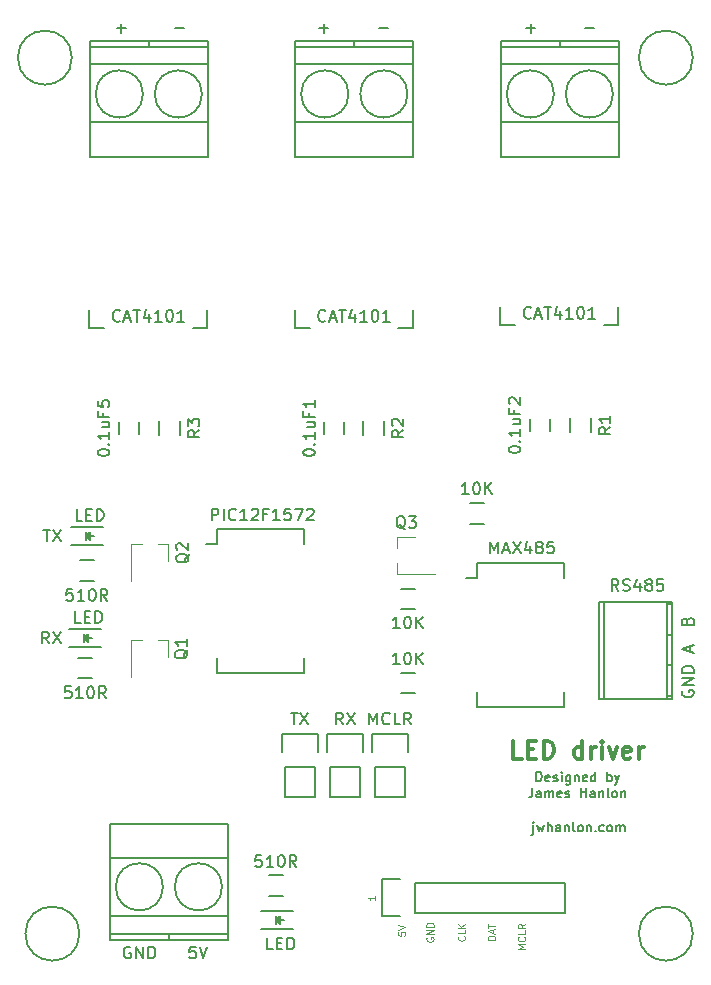
<source format=gbr>
G04 #@! TF.FileFunction,Legend,Top*
%FSLAX46Y46*%
G04 Gerber Fmt 4.6, Leading zero omitted, Abs format (unit mm)*
G04 Created by KiCad (PCBNEW 4.0.6) date Monday, 21 August 2017 'PMt' 20:32:19*
%MOMM*%
%LPD*%
G01*
G04 APERTURE LIST*
%ADD10C,0.100000*%
%ADD11C,0.150000*%
%ADD12C,0.300000*%
%ADD13C,0.180000*%
%ADD14C,0.120000*%
G04 APERTURE END LIST*
D10*
D11*
X172282332Y-96094571D02*
X172282332Y-96780286D01*
X172244237Y-96856476D01*
X172168046Y-96894571D01*
X172129951Y-96894571D01*
X172282332Y-95827905D02*
X172244237Y-95866000D01*
X172282332Y-95904095D01*
X172320427Y-95866000D01*
X172282332Y-95827905D01*
X172282332Y-95904095D01*
X172587094Y-96094571D02*
X172739475Y-96627905D01*
X172891856Y-96246952D01*
X173044237Y-96627905D01*
X173196618Y-96094571D01*
X173501379Y-96627905D02*
X173501379Y-95827905D01*
X173844236Y-96627905D02*
X173844236Y-96208857D01*
X173806141Y-96132667D01*
X173729951Y-96094571D01*
X173615665Y-96094571D01*
X173539474Y-96132667D01*
X173501379Y-96170762D01*
X174568046Y-96627905D02*
X174568046Y-96208857D01*
X174529951Y-96132667D01*
X174453761Y-96094571D01*
X174301380Y-96094571D01*
X174225189Y-96132667D01*
X174568046Y-96589810D02*
X174491856Y-96627905D01*
X174301380Y-96627905D01*
X174225189Y-96589810D01*
X174187094Y-96513619D01*
X174187094Y-96437429D01*
X174225189Y-96361238D01*
X174301380Y-96323143D01*
X174491856Y-96323143D01*
X174568046Y-96285048D01*
X174948999Y-96094571D02*
X174948999Y-96627905D01*
X174948999Y-96170762D02*
X174987094Y-96132667D01*
X175063285Y-96094571D01*
X175177571Y-96094571D01*
X175253761Y-96132667D01*
X175291856Y-96208857D01*
X175291856Y-96627905D01*
X175787095Y-96627905D02*
X175710904Y-96589810D01*
X175672809Y-96513619D01*
X175672809Y-95827905D01*
X176206143Y-96627905D02*
X176129952Y-96589810D01*
X176091857Y-96551714D01*
X176053762Y-96475524D01*
X176053762Y-96246952D01*
X176091857Y-96170762D01*
X176129952Y-96132667D01*
X176206143Y-96094571D01*
X176320429Y-96094571D01*
X176396619Y-96132667D01*
X176434714Y-96170762D01*
X176472810Y-96246952D01*
X176472810Y-96475524D01*
X176434714Y-96551714D01*
X176396619Y-96589810D01*
X176320429Y-96627905D01*
X176206143Y-96627905D01*
X176815667Y-96094571D02*
X176815667Y-96627905D01*
X176815667Y-96170762D02*
X176853762Y-96132667D01*
X176929953Y-96094571D01*
X177044239Y-96094571D01*
X177120429Y-96132667D01*
X177158524Y-96208857D01*
X177158524Y-96627905D01*
X177539477Y-96551714D02*
X177577572Y-96589810D01*
X177539477Y-96627905D01*
X177501382Y-96589810D01*
X177539477Y-96551714D01*
X177539477Y-96627905D01*
X178263286Y-96589810D02*
X178187096Y-96627905D01*
X178034715Y-96627905D01*
X177958524Y-96589810D01*
X177920429Y-96551714D01*
X177882334Y-96475524D01*
X177882334Y-96246952D01*
X177920429Y-96170762D01*
X177958524Y-96132667D01*
X178034715Y-96094571D01*
X178187096Y-96094571D01*
X178263286Y-96132667D01*
X178720429Y-96627905D02*
X178644238Y-96589810D01*
X178606143Y-96551714D01*
X178568048Y-96475524D01*
X178568048Y-96246952D01*
X178606143Y-96170762D01*
X178644238Y-96132667D01*
X178720429Y-96094571D01*
X178834715Y-96094571D01*
X178910905Y-96132667D01*
X178949000Y-96170762D01*
X178987096Y-96246952D01*
X178987096Y-96475524D01*
X178949000Y-96551714D01*
X178910905Y-96589810D01*
X178834715Y-96627905D01*
X178720429Y-96627905D01*
X179329953Y-96627905D02*
X179329953Y-96094571D01*
X179329953Y-96170762D02*
X179368048Y-96132667D01*
X179444239Y-96094571D01*
X179558525Y-96094571D01*
X179634715Y-96132667D01*
X179672810Y-96208857D01*
X179672810Y-96627905D01*
X179672810Y-96208857D02*
X179710906Y-96132667D01*
X179787096Y-96094571D01*
X179901382Y-96094571D01*
X179977572Y-96132667D01*
X180015667Y-96208857D01*
X180015667Y-96627905D01*
X172555333Y-92396905D02*
X172555333Y-91596905D01*
X172745809Y-91596905D01*
X172860095Y-91635000D01*
X172936286Y-91711190D01*
X172974381Y-91787381D01*
X173012476Y-91939762D01*
X173012476Y-92054048D01*
X172974381Y-92206429D01*
X172936286Y-92282619D01*
X172860095Y-92358810D01*
X172745809Y-92396905D01*
X172555333Y-92396905D01*
X173660095Y-92358810D02*
X173583905Y-92396905D01*
X173431524Y-92396905D01*
X173355333Y-92358810D01*
X173317238Y-92282619D01*
X173317238Y-91977857D01*
X173355333Y-91901667D01*
X173431524Y-91863571D01*
X173583905Y-91863571D01*
X173660095Y-91901667D01*
X173698190Y-91977857D01*
X173698190Y-92054048D01*
X173317238Y-92130238D01*
X174002952Y-92358810D02*
X174079142Y-92396905D01*
X174231523Y-92396905D01*
X174307714Y-92358810D01*
X174345809Y-92282619D01*
X174345809Y-92244524D01*
X174307714Y-92168333D01*
X174231523Y-92130238D01*
X174117238Y-92130238D01*
X174041047Y-92092143D01*
X174002952Y-92015952D01*
X174002952Y-91977857D01*
X174041047Y-91901667D01*
X174117238Y-91863571D01*
X174231523Y-91863571D01*
X174307714Y-91901667D01*
X174688666Y-92396905D02*
X174688666Y-91863571D01*
X174688666Y-91596905D02*
X174650571Y-91635000D01*
X174688666Y-91673095D01*
X174726761Y-91635000D01*
X174688666Y-91596905D01*
X174688666Y-91673095D01*
X175412475Y-91863571D02*
X175412475Y-92511190D01*
X175374380Y-92587381D01*
X175336285Y-92625476D01*
X175260094Y-92663571D01*
X175145809Y-92663571D01*
X175069618Y-92625476D01*
X175412475Y-92358810D02*
X175336285Y-92396905D01*
X175183904Y-92396905D01*
X175107713Y-92358810D01*
X175069618Y-92320714D01*
X175031523Y-92244524D01*
X175031523Y-92015952D01*
X175069618Y-91939762D01*
X175107713Y-91901667D01*
X175183904Y-91863571D01*
X175336285Y-91863571D01*
X175412475Y-91901667D01*
X175793428Y-91863571D02*
X175793428Y-92396905D01*
X175793428Y-91939762D02*
X175831523Y-91901667D01*
X175907714Y-91863571D01*
X176022000Y-91863571D01*
X176098190Y-91901667D01*
X176136285Y-91977857D01*
X176136285Y-92396905D01*
X176822000Y-92358810D02*
X176745810Y-92396905D01*
X176593429Y-92396905D01*
X176517238Y-92358810D01*
X176479143Y-92282619D01*
X176479143Y-91977857D01*
X176517238Y-91901667D01*
X176593429Y-91863571D01*
X176745810Y-91863571D01*
X176822000Y-91901667D01*
X176860095Y-91977857D01*
X176860095Y-92054048D01*
X176479143Y-92130238D01*
X177545809Y-92396905D02*
X177545809Y-91596905D01*
X177545809Y-92358810D02*
X177469619Y-92396905D01*
X177317238Y-92396905D01*
X177241047Y-92358810D01*
X177202952Y-92320714D01*
X177164857Y-92244524D01*
X177164857Y-92015952D01*
X177202952Y-91939762D01*
X177241047Y-91901667D01*
X177317238Y-91863571D01*
X177469619Y-91863571D01*
X177545809Y-91901667D01*
X178536286Y-92396905D02*
X178536286Y-91596905D01*
X178536286Y-91901667D02*
X178612477Y-91863571D01*
X178764858Y-91863571D01*
X178841048Y-91901667D01*
X178879143Y-91939762D01*
X178917239Y-92015952D01*
X178917239Y-92244524D01*
X178879143Y-92320714D01*
X178841048Y-92358810D01*
X178764858Y-92396905D01*
X178612477Y-92396905D01*
X178536286Y-92358810D01*
X179183906Y-91863571D02*
X179374382Y-92396905D01*
X179564858Y-91863571D02*
X179374382Y-92396905D01*
X179298191Y-92587381D01*
X179260096Y-92625476D01*
X179183906Y-92663571D01*
X172193428Y-92946905D02*
X172193428Y-93518333D01*
X172155332Y-93632619D01*
X172079142Y-93708810D01*
X171964856Y-93746905D01*
X171888666Y-93746905D01*
X172917237Y-93746905D02*
X172917237Y-93327857D01*
X172879142Y-93251667D01*
X172802952Y-93213571D01*
X172650571Y-93213571D01*
X172574380Y-93251667D01*
X172917237Y-93708810D02*
X172841047Y-93746905D01*
X172650571Y-93746905D01*
X172574380Y-93708810D01*
X172536285Y-93632619D01*
X172536285Y-93556429D01*
X172574380Y-93480238D01*
X172650571Y-93442143D01*
X172841047Y-93442143D01*
X172917237Y-93404048D01*
X173298190Y-93746905D02*
X173298190Y-93213571D01*
X173298190Y-93289762D02*
X173336285Y-93251667D01*
X173412476Y-93213571D01*
X173526762Y-93213571D01*
X173602952Y-93251667D01*
X173641047Y-93327857D01*
X173641047Y-93746905D01*
X173641047Y-93327857D02*
X173679143Y-93251667D01*
X173755333Y-93213571D01*
X173869619Y-93213571D01*
X173945809Y-93251667D01*
X173983904Y-93327857D01*
X173983904Y-93746905D01*
X174669619Y-93708810D02*
X174593429Y-93746905D01*
X174441048Y-93746905D01*
X174364857Y-93708810D01*
X174326762Y-93632619D01*
X174326762Y-93327857D01*
X174364857Y-93251667D01*
X174441048Y-93213571D01*
X174593429Y-93213571D01*
X174669619Y-93251667D01*
X174707714Y-93327857D01*
X174707714Y-93404048D01*
X174326762Y-93480238D01*
X175012476Y-93708810D02*
X175088666Y-93746905D01*
X175241047Y-93746905D01*
X175317238Y-93708810D01*
X175355333Y-93632619D01*
X175355333Y-93594524D01*
X175317238Y-93518333D01*
X175241047Y-93480238D01*
X175126762Y-93480238D01*
X175050571Y-93442143D01*
X175012476Y-93365952D01*
X175012476Y-93327857D01*
X175050571Y-93251667D01*
X175126762Y-93213571D01*
X175241047Y-93213571D01*
X175317238Y-93251667D01*
X176307714Y-93746905D02*
X176307714Y-92946905D01*
X176307714Y-93327857D02*
X176764857Y-93327857D01*
X176764857Y-93746905D02*
X176764857Y-92946905D01*
X177488666Y-93746905D02*
X177488666Y-93327857D01*
X177450571Y-93251667D01*
X177374381Y-93213571D01*
X177222000Y-93213571D01*
X177145809Y-93251667D01*
X177488666Y-93708810D02*
X177412476Y-93746905D01*
X177222000Y-93746905D01*
X177145809Y-93708810D01*
X177107714Y-93632619D01*
X177107714Y-93556429D01*
X177145809Y-93480238D01*
X177222000Y-93442143D01*
X177412476Y-93442143D01*
X177488666Y-93404048D01*
X177869619Y-93213571D02*
X177869619Y-93746905D01*
X177869619Y-93289762D02*
X177907714Y-93251667D01*
X177983905Y-93213571D01*
X178098191Y-93213571D01*
X178174381Y-93251667D01*
X178212476Y-93327857D01*
X178212476Y-93746905D01*
X178707715Y-93746905D02*
X178631524Y-93708810D01*
X178593429Y-93632619D01*
X178593429Y-92946905D01*
X179126763Y-93746905D02*
X179050572Y-93708810D01*
X179012477Y-93670714D01*
X178974382Y-93594524D01*
X178974382Y-93365952D01*
X179012477Y-93289762D01*
X179050572Y-93251667D01*
X179126763Y-93213571D01*
X179241049Y-93213571D01*
X179317239Y-93251667D01*
X179355334Y-93289762D01*
X179393430Y-93365952D01*
X179393430Y-93594524D01*
X179355334Y-93670714D01*
X179317239Y-93708810D01*
X179241049Y-93746905D01*
X179126763Y-93746905D01*
X179736287Y-93213571D02*
X179736287Y-93746905D01*
X179736287Y-93289762D02*
X179774382Y-93251667D01*
X179850573Y-93213571D01*
X179964859Y-93213571D01*
X180041049Y-93251667D01*
X180079144Y-93327857D01*
X180079144Y-93746905D01*
D12*
X171307715Y-90467571D02*
X170593429Y-90467571D01*
X170593429Y-88967571D01*
X171807715Y-89681857D02*
X172307715Y-89681857D01*
X172522001Y-90467571D02*
X171807715Y-90467571D01*
X171807715Y-88967571D01*
X172522001Y-88967571D01*
X173164858Y-90467571D02*
X173164858Y-88967571D01*
X173522001Y-88967571D01*
X173736286Y-89039000D01*
X173879144Y-89181857D01*
X173950572Y-89324714D01*
X174022001Y-89610429D01*
X174022001Y-89824714D01*
X173950572Y-90110429D01*
X173879144Y-90253286D01*
X173736286Y-90396143D01*
X173522001Y-90467571D01*
X173164858Y-90467571D01*
X176450572Y-90467571D02*
X176450572Y-88967571D01*
X176450572Y-90396143D02*
X176307715Y-90467571D01*
X176022001Y-90467571D01*
X175879143Y-90396143D01*
X175807715Y-90324714D01*
X175736286Y-90181857D01*
X175736286Y-89753286D01*
X175807715Y-89610429D01*
X175879143Y-89539000D01*
X176022001Y-89467571D01*
X176307715Y-89467571D01*
X176450572Y-89539000D01*
X177164858Y-90467571D02*
X177164858Y-89467571D01*
X177164858Y-89753286D02*
X177236286Y-89610429D01*
X177307715Y-89539000D01*
X177450572Y-89467571D01*
X177593429Y-89467571D01*
X178093429Y-90467571D02*
X178093429Y-89467571D01*
X178093429Y-88967571D02*
X178022000Y-89039000D01*
X178093429Y-89110429D01*
X178164857Y-89039000D01*
X178093429Y-88967571D01*
X178093429Y-89110429D01*
X178664858Y-89467571D02*
X179022001Y-90467571D01*
X179379143Y-89467571D01*
X180522000Y-90396143D02*
X180379143Y-90467571D01*
X180093429Y-90467571D01*
X179950572Y-90396143D01*
X179879143Y-90253286D01*
X179879143Y-89681857D01*
X179950572Y-89539000D01*
X180093429Y-89467571D01*
X180379143Y-89467571D01*
X180522000Y-89539000D01*
X180593429Y-89681857D01*
X180593429Y-89824714D01*
X179879143Y-89967571D01*
X181236286Y-90467571D02*
X181236286Y-89467571D01*
X181236286Y-89753286D02*
X181307714Y-89610429D01*
X181379143Y-89539000D01*
X181522000Y-89467571D01*
X181664857Y-89467571D01*
D13*
X130810095Y-71080381D02*
X131381524Y-71080381D01*
X131095809Y-72080381D02*
X131095809Y-71080381D01*
X131619619Y-71080381D02*
X132286286Y-72080381D01*
X132286286Y-71080381D02*
X131619619Y-72080381D01*
X131278334Y-80716381D02*
X130945000Y-80240190D01*
X130706905Y-80716381D02*
X130706905Y-79716381D01*
X131087858Y-79716381D01*
X131183096Y-79764000D01*
X131230715Y-79811619D01*
X131278334Y-79906857D01*
X131278334Y-80049714D01*
X131230715Y-80144952D01*
X131183096Y-80192571D01*
X131087858Y-80240190D01*
X130706905Y-80240190D01*
X131611667Y-79716381D02*
X132278334Y-80716381D01*
X132278334Y-79716381D02*
X131611667Y-80716381D01*
X145066286Y-70302381D02*
X145066286Y-69302381D01*
X145447239Y-69302381D01*
X145542477Y-69350000D01*
X145590096Y-69397619D01*
X145637715Y-69492857D01*
X145637715Y-69635714D01*
X145590096Y-69730952D01*
X145542477Y-69778571D01*
X145447239Y-69826190D01*
X145066286Y-69826190D01*
X146066286Y-70302381D02*
X146066286Y-69302381D01*
X147113905Y-70207143D02*
X147066286Y-70254762D01*
X146923429Y-70302381D01*
X146828191Y-70302381D01*
X146685333Y-70254762D01*
X146590095Y-70159524D01*
X146542476Y-70064286D01*
X146494857Y-69873810D01*
X146494857Y-69730952D01*
X146542476Y-69540476D01*
X146590095Y-69445238D01*
X146685333Y-69350000D01*
X146828191Y-69302381D01*
X146923429Y-69302381D01*
X147066286Y-69350000D01*
X147113905Y-69397619D01*
X148066286Y-70302381D02*
X147494857Y-70302381D01*
X147780571Y-70302381D02*
X147780571Y-69302381D01*
X147685333Y-69445238D01*
X147590095Y-69540476D01*
X147494857Y-69588095D01*
X148447238Y-69397619D02*
X148494857Y-69350000D01*
X148590095Y-69302381D01*
X148828191Y-69302381D01*
X148923429Y-69350000D01*
X148971048Y-69397619D01*
X149018667Y-69492857D01*
X149018667Y-69588095D01*
X148971048Y-69730952D01*
X148399619Y-70302381D01*
X149018667Y-70302381D01*
X149780572Y-69778571D02*
X149447238Y-69778571D01*
X149447238Y-70302381D02*
X149447238Y-69302381D01*
X149923429Y-69302381D01*
X150828191Y-70302381D02*
X150256762Y-70302381D01*
X150542476Y-70302381D02*
X150542476Y-69302381D01*
X150447238Y-69445238D01*
X150352000Y-69540476D01*
X150256762Y-69588095D01*
X151732953Y-69302381D02*
X151256762Y-69302381D01*
X151209143Y-69778571D01*
X151256762Y-69730952D01*
X151352000Y-69683333D01*
X151590096Y-69683333D01*
X151685334Y-69730952D01*
X151732953Y-69778571D01*
X151780572Y-69873810D01*
X151780572Y-70111905D01*
X151732953Y-70207143D01*
X151685334Y-70254762D01*
X151590096Y-70302381D01*
X151352000Y-70302381D01*
X151256762Y-70254762D01*
X151209143Y-70207143D01*
X152113905Y-69302381D02*
X152780572Y-69302381D01*
X152352000Y-70302381D01*
X153113905Y-69397619D02*
X153161524Y-69350000D01*
X153256762Y-69302381D01*
X153494858Y-69302381D01*
X153590096Y-69350000D01*
X153637715Y-69397619D01*
X153685334Y-69492857D01*
X153685334Y-69588095D01*
X153637715Y-69730952D01*
X153066286Y-70302381D01*
X153685334Y-70302381D01*
X168656333Y-73096381D02*
X168656333Y-72096381D01*
X168989667Y-72810667D01*
X169323000Y-72096381D01*
X169323000Y-73096381D01*
X169751571Y-72810667D02*
X170227762Y-72810667D01*
X169656333Y-73096381D02*
X169989666Y-72096381D01*
X170323000Y-73096381D01*
X170561095Y-72096381D02*
X171227762Y-73096381D01*
X171227762Y-72096381D02*
X170561095Y-73096381D01*
X172037286Y-72429714D02*
X172037286Y-73096381D01*
X171799190Y-72048762D02*
X171561095Y-72763048D01*
X172180143Y-72763048D01*
X172703952Y-72524952D02*
X172608714Y-72477333D01*
X172561095Y-72429714D01*
X172513476Y-72334476D01*
X172513476Y-72286857D01*
X172561095Y-72191619D01*
X172608714Y-72144000D01*
X172703952Y-72096381D01*
X172894429Y-72096381D01*
X172989667Y-72144000D01*
X173037286Y-72191619D01*
X173084905Y-72286857D01*
X173084905Y-72334476D01*
X173037286Y-72429714D01*
X172989667Y-72477333D01*
X172894429Y-72524952D01*
X172703952Y-72524952D01*
X172608714Y-72572571D01*
X172561095Y-72620190D01*
X172513476Y-72715429D01*
X172513476Y-72905905D01*
X172561095Y-73001143D01*
X172608714Y-73048762D01*
X172703952Y-73096381D01*
X172894429Y-73096381D01*
X172989667Y-73048762D01*
X173037286Y-73001143D01*
X173084905Y-72905905D01*
X173084905Y-72715429D01*
X173037286Y-72620190D01*
X172989667Y-72572571D01*
X172894429Y-72524952D01*
X173989667Y-72096381D02*
X173513476Y-72096381D01*
X173465857Y-72572571D01*
X173513476Y-72524952D01*
X173608714Y-72477333D01*
X173846810Y-72477333D01*
X173942048Y-72524952D01*
X173989667Y-72572571D01*
X174037286Y-72667810D01*
X174037286Y-72905905D01*
X173989667Y-73001143D01*
X173942048Y-73048762D01*
X173846810Y-73096381D01*
X173608714Y-73096381D01*
X173513476Y-73048762D01*
X173465857Y-73001143D01*
X179506762Y-76271381D02*
X179173428Y-75795190D01*
X178935333Y-76271381D02*
X178935333Y-75271381D01*
X179316286Y-75271381D01*
X179411524Y-75319000D01*
X179459143Y-75366619D01*
X179506762Y-75461857D01*
X179506762Y-75604714D01*
X179459143Y-75699952D01*
X179411524Y-75747571D01*
X179316286Y-75795190D01*
X178935333Y-75795190D01*
X179887714Y-76223762D02*
X180030571Y-76271381D01*
X180268667Y-76271381D01*
X180363905Y-76223762D01*
X180411524Y-76176143D01*
X180459143Y-76080905D01*
X180459143Y-75985667D01*
X180411524Y-75890429D01*
X180363905Y-75842810D01*
X180268667Y-75795190D01*
X180078190Y-75747571D01*
X179982952Y-75699952D01*
X179935333Y-75652333D01*
X179887714Y-75557095D01*
X179887714Y-75461857D01*
X179935333Y-75366619D01*
X179982952Y-75319000D01*
X180078190Y-75271381D01*
X180316286Y-75271381D01*
X180459143Y-75319000D01*
X181316286Y-75604714D02*
X181316286Y-76271381D01*
X181078190Y-75223762D02*
X180840095Y-75938048D01*
X181459143Y-75938048D01*
X181982952Y-75699952D02*
X181887714Y-75652333D01*
X181840095Y-75604714D01*
X181792476Y-75509476D01*
X181792476Y-75461857D01*
X181840095Y-75366619D01*
X181887714Y-75319000D01*
X181982952Y-75271381D01*
X182173429Y-75271381D01*
X182268667Y-75319000D01*
X182316286Y-75366619D01*
X182363905Y-75461857D01*
X182363905Y-75509476D01*
X182316286Y-75604714D01*
X182268667Y-75652333D01*
X182173429Y-75699952D01*
X181982952Y-75699952D01*
X181887714Y-75747571D01*
X181840095Y-75795190D01*
X181792476Y-75890429D01*
X181792476Y-76080905D01*
X181840095Y-76176143D01*
X181887714Y-76223762D01*
X181982952Y-76271381D01*
X182173429Y-76271381D01*
X182268667Y-76223762D01*
X182316286Y-76176143D01*
X182363905Y-76080905D01*
X182363905Y-75890429D01*
X182316286Y-75795190D01*
X182268667Y-75747571D01*
X182173429Y-75699952D01*
X183268667Y-75271381D02*
X182792476Y-75271381D01*
X182744857Y-75747571D01*
X182792476Y-75699952D01*
X182887714Y-75652333D01*
X183125810Y-75652333D01*
X183221048Y-75699952D01*
X183268667Y-75747571D01*
X183316286Y-75842810D01*
X183316286Y-76080905D01*
X183268667Y-76176143D01*
X183221048Y-76223762D01*
X183125810Y-76271381D01*
X182887714Y-76271381D01*
X182792476Y-76223762D01*
X182744857Y-76176143D01*
D10*
X158894429Y-102063571D02*
X158894429Y-102406428D01*
X158894429Y-102235000D02*
X158294429Y-102235000D01*
X158380143Y-102292143D01*
X158437286Y-102349285D01*
X158465857Y-102406428D01*
D13*
X185348571Y-78795571D02*
X185396190Y-78652714D01*
X185443810Y-78605095D01*
X185539048Y-78557476D01*
X185681905Y-78557476D01*
X185777143Y-78605095D01*
X185824762Y-78652714D01*
X185872381Y-78747952D01*
X185872381Y-79128905D01*
X184872381Y-79128905D01*
X184872381Y-78795571D01*
X184920000Y-78700333D01*
X184967619Y-78652714D01*
X185062857Y-78605095D01*
X185158095Y-78605095D01*
X185253333Y-78652714D01*
X185300952Y-78700333D01*
X185348571Y-78795571D01*
X185348571Y-79128905D01*
X185586667Y-81391095D02*
X185586667Y-80914904D01*
X185872381Y-81486333D02*
X184872381Y-81153000D01*
X185872381Y-80819666D01*
X184920000Y-84708904D02*
X184872381Y-84804142D01*
X184872381Y-84946999D01*
X184920000Y-85089857D01*
X185015238Y-85185095D01*
X185110476Y-85232714D01*
X185300952Y-85280333D01*
X185443810Y-85280333D01*
X185634286Y-85232714D01*
X185729524Y-85185095D01*
X185824762Y-85089857D01*
X185872381Y-84946999D01*
X185872381Y-84851761D01*
X185824762Y-84708904D01*
X185777143Y-84661285D01*
X185443810Y-84661285D01*
X185443810Y-84851761D01*
X185872381Y-84232714D02*
X184872381Y-84232714D01*
X185872381Y-83661285D01*
X184872381Y-83661285D01*
X185872381Y-83185095D02*
X184872381Y-83185095D01*
X184872381Y-82947000D01*
X184920000Y-82804142D01*
X185015238Y-82708904D01*
X185110476Y-82661285D01*
X185300952Y-82613666D01*
X185443810Y-82613666D01*
X185634286Y-82661285D01*
X185729524Y-82708904D01*
X185824762Y-82804142D01*
X185872381Y-82947000D01*
X185872381Y-83185095D01*
X171704048Y-28646429D02*
X172465953Y-28646429D01*
X172085001Y-29027381D02*
X172085001Y-28265476D01*
X137033048Y-28646429D02*
X137794953Y-28646429D01*
X137414001Y-29027381D02*
X137414001Y-28265476D01*
X141986048Y-28646429D02*
X142747953Y-28646429D01*
X176657048Y-28646429D02*
X177418953Y-28646429D01*
X159258048Y-28646429D02*
X160019953Y-28646429D01*
X154178048Y-28646429D02*
X154939953Y-28646429D01*
X154559001Y-29027381D02*
X154559001Y-28265476D01*
X138176096Y-106434000D02*
X138080858Y-106386381D01*
X137938001Y-106386381D01*
X137795143Y-106434000D01*
X137699905Y-106529238D01*
X137652286Y-106624476D01*
X137604667Y-106814952D01*
X137604667Y-106957810D01*
X137652286Y-107148286D01*
X137699905Y-107243524D01*
X137795143Y-107338762D01*
X137938001Y-107386381D01*
X138033239Y-107386381D01*
X138176096Y-107338762D01*
X138223715Y-107291143D01*
X138223715Y-106957810D01*
X138033239Y-106957810D01*
X138652286Y-107386381D02*
X138652286Y-106386381D01*
X139223715Y-107386381D01*
X139223715Y-106386381D01*
X139699905Y-107386381D02*
X139699905Y-106386381D01*
X139938000Y-106386381D01*
X140080858Y-106434000D01*
X140176096Y-106529238D01*
X140223715Y-106624476D01*
X140271334Y-106814952D01*
X140271334Y-106957810D01*
X140223715Y-107148286D01*
X140176096Y-107243524D01*
X140080858Y-107338762D01*
X139938000Y-107386381D01*
X139699905Y-107386381D01*
X143700524Y-106386381D02*
X143224333Y-106386381D01*
X143176714Y-106862571D01*
X143224333Y-106814952D01*
X143319571Y-106767333D01*
X143557667Y-106767333D01*
X143652905Y-106814952D01*
X143700524Y-106862571D01*
X143748143Y-106957810D01*
X143748143Y-107195905D01*
X143700524Y-107291143D01*
X143652905Y-107338762D01*
X143557667Y-107386381D01*
X143319571Y-107386381D01*
X143224333Y-107338762D01*
X143176714Y-107291143D01*
X144033857Y-106386381D02*
X144367190Y-107386381D01*
X144700524Y-106386381D01*
D10*
X171594429Y-106579857D02*
X170994429Y-106579857D01*
X171423000Y-106379857D01*
X170994429Y-106179857D01*
X171594429Y-106179857D01*
X171537286Y-105551286D02*
X171565857Y-105579857D01*
X171594429Y-105665571D01*
X171594429Y-105722714D01*
X171565857Y-105808429D01*
X171508714Y-105865571D01*
X171451571Y-105894143D01*
X171337286Y-105922714D01*
X171251571Y-105922714D01*
X171137286Y-105894143D01*
X171080143Y-105865571D01*
X171023000Y-105808429D01*
X170994429Y-105722714D01*
X170994429Y-105665571D01*
X171023000Y-105579857D01*
X171051571Y-105551286D01*
X171594429Y-105008429D02*
X171594429Y-105294143D01*
X170994429Y-105294143D01*
X171594429Y-104465572D02*
X171308714Y-104665572D01*
X171594429Y-104808429D02*
X170994429Y-104808429D01*
X170994429Y-104579857D01*
X171023000Y-104522715D01*
X171051571Y-104494143D01*
X171108714Y-104465572D01*
X171194429Y-104465572D01*
X171251571Y-104494143D01*
X171280143Y-104522715D01*
X171308714Y-104579857D01*
X171308714Y-104808429D01*
X169054429Y-105798857D02*
X168454429Y-105798857D01*
X168454429Y-105656000D01*
X168483000Y-105570285D01*
X168540143Y-105513143D01*
X168597286Y-105484571D01*
X168711571Y-105456000D01*
X168797286Y-105456000D01*
X168911571Y-105484571D01*
X168968714Y-105513143D01*
X169025857Y-105570285D01*
X169054429Y-105656000D01*
X169054429Y-105798857D01*
X168883000Y-105227428D02*
X168883000Y-104941714D01*
X169054429Y-105284571D02*
X168454429Y-105084571D01*
X169054429Y-104884571D01*
X168454429Y-104770285D02*
X168454429Y-104427428D01*
X169054429Y-104598857D02*
X168454429Y-104598857D01*
X166457286Y-105513143D02*
X166485857Y-105541714D01*
X166514429Y-105627428D01*
X166514429Y-105684571D01*
X166485857Y-105770286D01*
X166428714Y-105827428D01*
X166371571Y-105856000D01*
X166257286Y-105884571D01*
X166171571Y-105884571D01*
X166057286Y-105856000D01*
X166000143Y-105827428D01*
X165943000Y-105770286D01*
X165914429Y-105684571D01*
X165914429Y-105627428D01*
X165943000Y-105541714D01*
X165971571Y-105513143D01*
X166514429Y-104970286D02*
X166514429Y-105256000D01*
X165914429Y-105256000D01*
X166514429Y-104770286D02*
X165914429Y-104770286D01*
X166514429Y-104427429D02*
X166171571Y-104684572D01*
X165914429Y-104427429D02*
X166257286Y-104770286D01*
X163276000Y-105613142D02*
X163247429Y-105670285D01*
X163247429Y-105755999D01*
X163276000Y-105841714D01*
X163333143Y-105898856D01*
X163390286Y-105927428D01*
X163504571Y-105955999D01*
X163590286Y-105955999D01*
X163704571Y-105927428D01*
X163761714Y-105898856D01*
X163818857Y-105841714D01*
X163847429Y-105755999D01*
X163847429Y-105698856D01*
X163818857Y-105613142D01*
X163790286Y-105584571D01*
X163590286Y-105584571D01*
X163590286Y-105698856D01*
X163847429Y-105327428D02*
X163247429Y-105327428D01*
X163847429Y-104984571D01*
X163247429Y-104984571D01*
X163847429Y-104698857D02*
X163247429Y-104698857D01*
X163247429Y-104556000D01*
X163276000Y-104470285D01*
X163333143Y-104413143D01*
X163390286Y-104384571D01*
X163504571Y-104356000D01*
X163590286Y-104356000D01*
X163704571Y-104384571D01*
X163761714Y-104413143D01*
X163818857Y-104470285D01*
X163847429Y-104556000D01*
X163847429Y-104698857D01*
X160834429Y-105143286D02*
X160834429Y-105429000D01*
X161120143Y-105457571D01*
X161091571Y-105429000D01*
X161063000Y-105371857D01*
X161063000Y-105229000D01*
X161091571Y-105171857D01*
X161120143Y-105143286D01*
X161177286Y-105114714D01*
X161320143Y-105114714D01*
X161377286Y-105143286D01*
X161405857Y-105171857D01*
X161434429Y-105229000D01*
X161434429Y-105371857D01*
X161405857Y-105429000D01*
X161377286Y-105457571D01*
X160834429Y-104943285D02*
X161434429Y-104743285D01*
X160834429Y-104543285D01*
D11*
X133223000Y-31115000D02*
G75*
G03X133223000Y-31115000I-2286000J0D01*
G01*
X185801000Y-31115000D02*
G75*
G03X185801000Y-31115000I-2286000J0D01*
G01*
X133858000Y-105283000D02*
G75*
G03X133858000Y-105283000I-2286000J0D01*
G01*
X174538000Y-30190000D02*
X174538000Y-29690000D01*
X174038000Y-34190000D02*
G75*
G03X174038000Y-34190000I-2000000J0D01*
G01*
X179038000Y-34190000D02*
G75*
G03X179038000Y-34190000I-2000000J0D01*
G01*
X179538000Y-31690000D02*
X169538000Y-31690000D01*
X179538000Y-36590000D02*
X169538000Y-36590000D01*
X179538000Y-30190000D02*
X169538000Y-30190000D01*
X179538000Y-29690000D02*
X169538000Y-29690000D01*
X169538000Y-29690000D02*
X169538000Y-39490000D01*
X169538000Y-39490000D02*
X179538000Y-39490000D01*
X179538000Y-39490000D02*
X179538000Y-29690000D01*
X162306000Y-100965000D02*
X175006000Y-100965000D01*
X175006000Y-100965000D02*
X175006000Y-103505000D01*
X175006000Y-103505000D02*
X162306000Y-103505000D01*
X159486000Y-100685000D02*
X161036000Y-100685000D01*
X162306000Y-100965000D02*
X162306000Y-103505000D01*
X161036000Y-103785000D02*
X159486000Y-103785000D01*
X159486000Y-103785000D02*
X159486000Y-100685000D01*
X157139000Y-30190000D02*
X157139000Y-29690000D01*
X156639000Y-34190000D02*
G75*
G03X156639000Y-34190000I-2000000J0D01*
G01*
X161639000Y-34190000D02*
G75*
G03X161639000Y-34190000I-2000000J0D01*
G01*
X162139000Y-31690000D02*
X152139000Y-31690000D01*
X162139000Y-36590000D02*
X152139000Y-36590000D01*
X162139000Y-30190000D02*
X152139000Y-30190000D01*
X162139000Y-29690000D02*
X152139000Y-29690000D01*
X152139000Y-29690000D02*
X152139000Y-39490000D01*
X152139000Y-39490000D02*
X162139000Y-39490000D01*
X162139000Y-39490000D02*
X162139000Y-29690000D01*
X139740000Y-30190000D02*
X139740000Y-29690000D01*
X139240000Y-34190000D02*
G75*
G03X139240000Y-34190000I-2000000J0D01*
G01*
X144240000Y-34190000D02*
G75*
G03X144240000Y-34190000I-2000000J0D01*
G01*
X144740000Y-31690000D02*
X134740000Y-31690000D01*
X144740000Y-36590000D02*
X134740000Y-36590000D01*
X144740000Y-30190000D02*
X134740000Y-30190000D01*
X144740000Y-29690000D02*
X134740000Y-29690000D01*
X134740000Y-29690000D02*
X134740000Y-39490000D01*
X134740000Y-39490000D02*
X144740000Y-39490000D01*
X144740000Y-39490000D02*
X144740000Y-29690000D01*
X141438000Y-105319000D02*
X141438000Y-105819000D01*
X145938000Y-101319000D02*
G75*
G03X145938000Y-101319000I-2000000J0D01*
G01*
X140938000Y-101319000D02*
G75*
G03X140938000Y-101319000I-2000000J0D01*
G01*
X136438000Y-103819000D02*
X146438000Y-103819000D01*
X136438000Y-98919000D02*
X146438000Y-98919000D01*
X136438000Y-105319000D02*
X146438000Y-105319000D01*
X136438000Y-105819000D02*
X146438000Y-105819000D01*
X146438000Y-105819000D02*
X146438000Y-96019000D01*
X146438000Y-96019000D02*
X136438000Y-96019000D01*
X136438000Y-96019000D02*
X136438000Y-105819000D01*
X177876200Y-77180440D02*
X177876200Y-85379560D01*
X178274980Y-77180440D02*
X178274980Y-85379560D01*
X183575960Y-77180440D02*
X183575960Y-85379560D01*
X184073800Y-85379560D02*
X184073800Y-77180440D01*
X183575960Y-79979520D02*
X184073800Y-79979520D01*
X184073800Y-85178900D02*
X183575960Y-85178900D01*
X183575960Y-77378560D02*
X184073800Y-77378560D01*
X184073800Y-82577940D02*
X183575960Y-82577940D01*
X184073800Y-77180440D02*
X177876200Y-77180440D01*
X177876200Y-85377020D02*
X184073800Y-85377020D01*
X145550000Y-70984000D02*
X145550000Y-72254000D01*
X152900000Y-70984000D02*
X152900000Y-72254000D01*
X152900000Y-83194000D02*
X152900000Y-81924000D01*
X145550000Y-83194000D02*
X145550000Y-81924000D01*
X145550000Y-70984000D02*
X152900000Y-70984000D01*
X145550000Y-83194000D02*
X152900000Y-83194000D01*
X145550000Y-72254000D02*
X144615000Y-72254000D01*
X167521000Y-73905000D02*
X167521000Y-75175000D01*
X174871000Y-73905000D02*
X174871000Y-75175000D01*
X174871000Y-86115000D02*
X174871000Y-84845000D01*
X167521000Y-86115000D02*
X167521000Y-84845000D01*
X167521000Y-73905000D02*
X174871000Y-73905000D01*
X167521000Y-86115000D02*
X174871000Y-86115000D01*
X167521000Y-75175000D02*
X166586000Y-75175000D01*
X154598000Y-61984000D02*
X154598000Y-62984000D01*
X156298000Y-62984000D02*
X156298000Y-61984000D01*
X171997000Y-61730000D02*
X171997000Y-62730000D01*
X173697000Y-62730000D02*
X173697000Y-61730000D01*
X137199000Y-61984000D02*
X137199000Y-62984000D01*
X138899000Y-62984000D02*
X138899000Y-61984000D01*
X133020000Y-81014000D02*
X135720000Y-81014000D01*
X133020000Y-79514000D02*
X135720000Y-79514000D01*
X134520000Y-80414000D02*
X134520000Y-80164000D01*
X134520000Y-80164000D02*
X134370000Y-80314000D01*
X134270000Y-79914000D02*
X134270000Y-80614000D01*
X134620000Y-80264000D02*
X134970000Y-80264000D01*
X134270000Y-80264000D02*
X134620000Y-79914000D01*
X134620000Y-79914000D02*
X134620000Y-80614000D01*
X134620000Y-80614000D02*
X134270000Y-80264000D01*
X149276000Y-104890000D02*
X151976000Y-104890000D01*
X149276000Y-103390000D02*
X151976000Y-103390000D01*
X150776000Y-104290000D02*
X150776000Y-104040000D01*
X150776000Y-104040000D02*
X150626000Y-104190000D01*
X150526000Y-103790000D02*
X150526000Y-104490000D01*
X150876000Y-104140000D02*
X151226000Y-104140000D01*
X150526000Y-104140000D02*
X150876000Y-103790000D01*
X150876000Y-103790000D02*
X150876000Y-104490000D01*
X150876000Y-104490000D02*
X150526000Y-104140000D01*
X179498000Y-53761000D02*
X178248000Y-53761000D01*
X179498000Y-53761000D02*
X179498000Y-52261000D01*
X169498000Y-53761000D02*
X169498000Y-52261000D01*
X169498000Y-53761000D02*
X170748000Y-53761000D01*
X162099000Y-54015000D02*
X160849000Y-54015000D01*
X162099000Y-54015000D02*
X162099000Y-52515000D01*
X152099000Y-54015000D02*
X152099000Y-52515000D01*
X152099000Y-54015000D02*
X153349000Y-54015000D01*
X144700000Y-54015000D02*
X143450000Y-54015000D01*
X144700000Y-54015000D02*
X144700000Y-52515000D01*
X134700000Y-54015000D02*
X134700000Y-52515000D01*
X134700000Y-54015000D02*
X135950000Y-54015000D01*
X175401000Y-62830000D02*
X175401000Y-61630000D01*
X177151000Y-61630000D02*
X177151000Y-62830000D01*
X157875000Y-63084000D02*
X157875000Y-61884000D01*
X159625000Y-61884000D02*
X159625000Y-63084000D01*
X140603000Y-63084000D02*
X140603000Y-61884000D01*
X142353000Y-61884000D02*
X142353000Y-63084000D01*
X185801000Y-105283000D02*
G75*
G03X185801000Y-105283000I-2286000J0D01*
G01*
X162271000Y-84949000D02*
X161071000Y-84949000D01*
X161071000Y-83199000D02*
X162271000Y-83199000D01*
X168113000Y-70598000D02*
X166913000Y-70598000D01*
X166913000Y-68848000D02*
X168113000Y-68848000D01*
X162271000Y-77837000D02*
X161071000Y-77837000D01*
X161071000Y-76087000D02*
X162271000Y-76087000D01*
X133766000Y-81929000D02*
X134966000Y-81929000D01*
X134966000Y-83679000D02*
X133766000Y-83679000D01*
X133893000Y-73674000D02*
X135093000Y-73674000D01*
X135093000Y-75424000D02*
X133893000Y-75424000D01*
X151095000Y-102094000D02*
X149895000Y-102094000D01*
X149895000Y-100344000D02*
X151095000Y-100344000D01*
X133147000Y-72378000D02*
X135847000Y-72378000D01*
X133147000Y-70878000D02*
X135847000Y-70878000D01*
X134647000Y-71778000D02*
X134647000Y-71528000D01*
X134647000Y-71528000D02*
X134497000Y-71678000D01*
X134397000Y-71278000D02*
X134397000Y-71978000D01*
X134747000Y-71628000D02*
X135097000Y-71628000D01*
X134397000Y-71628000D02*
X134747000Y-71278000D01*
X134747000Y-71278000D02*
X134747000Y-71978000D01*
X134747000Y-71978000D02*
X134397000Y-71628000D01*
X161417000Y-91186000D02*
X161417000Y-93726000D01*
X161697000Y-88366000D02*
X161697000Y-89916000D01*
X161417000Y-91186000D02*
X158877000Y-91186000D01*
X158597000Y-89916000D02*
X158597000Y-88366000D01*
X158597000Y-88366000D02*
X161697000Y-88366000D01*
X158877000Y-91186000D02*
X158877000Y-93726000D01*
X158877000Y-93726000D02*
X161417000Y-93726000D01*
X157607000Y-91186000D02*
X157607000Y-93726000D01*
X157887000Y-88366000D02*
X157887000Y-89916000D01*
X157607000Y-91186000D02*
X155067000Y-91186000D01*
X154787000Y-89916000D02*
X154787000Y-88366000D01*
X154787000Y-88366000D02*
X157887000Y-88366000D01*
X155067000Y-91186000D02*
X155067000Y-93726000D01*
X155067000Y-93726000D02*
X157607000Y-93726000D01*
X153797000Y-91186000D02*
X153797000Y-93726000D01*
X154077000Y-88366000D02*
X154077000Y-89916000D01*
X153797000Y-91186000D02*
X151257000Y-91186000D01*
X150977000Y-89916000D02*
X150977000Y-88366000D01*
X150977000Y-88366000D02*
X154077000Y-88366000D01*
X151257000Y-91186000D02*
X151257000Y-93726000D01*
X151257000Y-93726000D02*
X153797000Y-93726000D01*
D14*
X141407000Y-80393000D02*
X140477000Y-80393000D01*
X138247000Y-80393000D02*
X139177000Y-80393000D01*
X138247000Y-80393000D02*
X138247000Y-83553000D01*
X141407000Y-80393000D02*
X141407000Y-81853000D01*
X141407000Y-72265000D02*
X140477000Y-72265000D01*
X138247000Y-72265000D02*
X139177000Y-72265000D01*
X138247000Y-72265000D02*
X138247000Y-75425000D01*
X141407000Y-72265000D02*
X141407000Y-73725000D01*
X160784000Y-71699000D02*
X160784000Y-72629000D01*
X160784000Y-74859000D02*
X160784000Y-73929000D01*
X160784000Y-74859000D02*
X163944000Y-74859000D01*
X160784000Y-71699000D02*
X162244000Y-71699000D01*
D11*
X152800381Y-64603048D02*
X152800381Y-64507809D01*
X152848000Y-64412571D01*
X152895619Y-64364952D01*
X152990857Y-64317333D01*
X153181333Y-64269714D01*
X153419429Y-64269714D01*
X153609905Y-64317333D01*
X153705143Y-64364952D01*
X153752762Y-64412571D01*
X153800381Y-64507809D01*
X153800381Y-64603048D01*
X153752762Y-64698286D01*
X153705143Y-64745905D01*
X153609905Y-64793524D01*
X153419429Y-64841143D01*
X153181333Y-64841143D01*
X152990857Y-64793524D01*
X152895619Y-64745905D01*
X152848000Y-64698286D01*
X152800381Y-64603048D01*
X153705143Y-63841143D02*
X153752762Y-63793524D01*
X153800381Y-63841143D01*
X153752762Y-63888762D01*
X153705143Y-63841143D01*
X153800381Y-63841143D01*
X153800381Y-62841143D02*
X153800381Y-63412572D01*
X153800381Y-63126858D02*
X152800381Y-63126858D01*
X152943238Y-63222096D01*
X153038476Y-63317334D01*
X153086095Y-63412572D01*
X153133714Y-61984000D02*
X153800381Y-61984000D01*
X153133714Y-62412572D02*
X153657524Y-62412572D01*
X153752762Y-62364953D01*
X153800381Y-62269715D01*
X153800381Y-62126857D01*
X153752762Y-62031619D01*
X153705143Y-61984000D01*
X153276571Y-61174476D02*
X153276571Y-61507810D01*
X153800381Y-61507810D02*
X152800381Y-61507810D01*
X152800381Y-61031619D01*
X153800381Y-60126857D02*
X153800381Y-60698286D01*
X153800381Y-60412572D02*
X152800381Y-60412572D01*
X152943238Y-60507810D01*
X153038476Y-60603048D01*
X153086095Y-60698286D01*
X170199381Y-64349048D02*
X170199381Y-64253809D01*
X170247000Y-64158571D01*
X170294619Y-64110952D01*
X170389857Y-64063333D01*
X170580333Y-64015714D01*
X170818429Y-64015714D01*
X171008905Y-64063333D01*
X171104143Y-64110952D01*
X171151762Y-64158571D01*
X171199381Y-64253809D01*
X171199381Y-64349048D01*
X171151762Y-64444286D01*
X171104143Y-64491905D01*
X171008905Y-64539524D01*
X170818429Y-64587143D01*
X170580333Y-64587143D01*
X170389857Y-64539524D01*
X170294619Y-64491905D01*
X170247000Y-64444286D01*
X170199381Y-64349048D01*
X171104143Y-63587143D02*
X171151762Y-63539524D01*
X171199381Y-63587143D01*
X171151762Y-63634762D01*
X171104143Y-63587143D01*
X171199381Y-63587143D01*
X171199381Y-62587143D02*
X171199381Y-63158572D01*
X171199381Y-62872858D02*
X170199381Y-62872858D01*
X170342238Y-62968096D01*
X170437476Y-63063334D01*
X170485095Y-63158572D01*
X170532714Y-61730000D02*
X171199381Y-61730000D01*
X170532714Y-62158572D02*
X171056524Y-62158572D01*
X171151762Y-62110953D01*
X171199381Y-62015715D01*
X171199381Y-61872857D01*
X171151762Y-61777619D01*
X171104143Y-61730000D01*
X170675571Y-60920476D02*
X170675571Y-61253810D01*
X171199381Y-61253810D02*
X170199381Y-61253810D01*
X170199381Y-60777619D01*
X170294619Y-60444286D02*
X170247000Y-60396667D01*
X170199381Y-60301429D01*
X170199381Y-60063333D01*
X170247000Y-59968095D01*
X170294619Y-59920476D01*
X170389857Y-59872857D01*
X170485095Y-59872857D01*
X170627952Y-59920476D01*
X171199381Y-60491905D01*
X171199381Y-59872857D01*
X135401381Y-64603048D02*
X135401381Y-64507809D01*
X135449000Y-64412571D01*
X135496619Y-64364952D01*
X135591857Y-64317333D01*
X135782333Y-64269714D01*
X136020429Y-64269714D01*
X136210905Y-64317333D01*
X136306143Y-64364952D01*
X136353762Y-64412571D01*
X136401381Y-64507809D01*
X136401381Y-64603048D01*
X136353762Y-64698286D01*
X136306143Y-64745905D01*
X136210905Y-64793524D01*
X136020429Y-64841143D01*
X135782333Y-64841143D01*
X135591857Y-64793524D01*
X135496619Y-64745905D01*
X135449000Y-64698286D01*
X135401381Y-64603048D01*
X136306143Y-63841143D02*
X136353762Y-63793524D01*
X136401381Y-63841143D01*
X136353762Y-63888762D01*
X136306143Y-63841143D01*
X136401381Y-63841143D01*
X136401381Y-62841143D02*
X136401381Y-63412572D01*
X136401381Y-63126858D02*
X135401381Y-63126858D01*
X135544238Y-63222096D01*
X135639476Y-63317334D01*
X135687095Y-63412572D01*
X135734714Y-61984000D02*
X136401381Y-61984000D01*
X135734714Y-62412572D02*
X136258524Y-62412572D01*
X136353762Y-62364953D01*
X136401381Y-62269715D01*
X136401381Y-62126857D01*
X136353762Y-62031619D01*
X136306143Y-61984000D01*
X135877571Y-61174476D02*
X135877571Y-61507810D01*
X136401381Y-61507810D02*
X135401381Y-61507810D01*
X135401381Y-61031619D01*
X135401381Y-60174476D02*
X135401381Y-60650667D01*
X135877571Y-60698286D01*
X135829952Y-60650667D01*
X135782333Y-60555429D01*
X135782333Y-60317333D01*
X135829952Y-60222095D01*
X135877571Y-60174476D01*
X135972810Y-60126857D01*
X136210905Y-60126857D01*
X136306143Y-60174476D01*
X136353762Y-60222095D01*
X136401381Y-60317333D01*
X136401381Y-60555429D01*
X136353762Y-60650667D01*
X136306143Y-60698286D01*
X133977143Y-78966381D02*
X133500952Y-78966381D01*
X133500952Y-77966381D01*
X134310476Y-78442571D02*
X134643810Y-78442571D01*
X134786667Y-78966381D02*
X134310476Y-78966381D01*
X134310476Y-77966381D01*
X134786667Y-77966381D01*
X135215238Y-78966381D02*
X135215238Y-77966381D01*
X135453333Y-77966381D01*
X135596191Y-78014000D01*
X135691429Y-78109238D01*
X135739048Y-78204476D01*
X135786667Y-78394952D01*
X135786667Y-78537810D01*
X135739048Y-78728286D01*
X135691429Y-78823524D01*
X135596191Y-78918762D01*
X135453333Y-78966381D01*
X135215238Y-78966381D01*
X150233143Y-106624381D02*
X149756952Y-106624381D01*
X149756952Y-105624381D01*
X150566476Y-106100571D02*
X150899810Y-106100571D01*
X151042667Y-106624381D02*
X150566476Y-106624381D01*
X150566476Y-105624381D01*
X151042667Y-105624381D01*
X151471238Y-106624381D02*
X151471238Y-105624381D01*
X151709333Y-105624381D01*
X151852191Y-105672000D01*
X151947429Y-105767238D01*
X151995048Y-105862476D01*
X152042667Y-106052952D01*
X152042667Y-106195810D01*
X151995048Y-106386286D01*
X151947429Y-106481524D01*
X151852191Y-106576762D01*
X151709333Y-106624381D01*
X151471238Y-106624381D01*
X172093238Y-53118143D02*
X172045619Y-53165762D01*
X171902762Y-53213381D01*
X171807524Y-53213381D01*
X171664666Y-53165762D01*
X171569428Y-53070524D01*
X171521809Y-52975286D01*
X171474190Y-52784810D01*
X171474190Y-52641952D01*
X171521809Y-52451476D01*
X171569428Y-52356238D01*
X171664666Y-52261000D01*
X171807524Y-52213381D01*
X171902762Y-52213381D01*
X172045619Y-52261000D01*
X172093238Y-52308619D01*
X172474190Y-52927667D02*
X172950381Y-52927667D01*
X172378952Y-53213381D02*
X172712285Y-52213381D01*
X173045619Y-53213381D01*
X173236095Y-52213381D02*
X173807524Y-52213381D01*
X173521809Y-53213381D02*
X173521809Y-52213381D01*
X174569429Y-52546714D02*
X174569429Y-53213381D01*
X174331333Y-52165762D02*
X174093238Y-52880048D01*
X174712286Y-52880048D01*
X175617048Y-53213381D02*
X175045619Y-53213381D01*
X175331333Y-53213381D02*
X175331333Y-52213381D01*
X175236095Y-52356238D01*
X175140857Y-52451476D01*
X175045619Y-52499095D01*
X176236095Y-52213381D02*
X176331334Y-52213381D01*
X176426572Y-52261000D01*
X176474191Y-52308619D01*
X176521810Y-52403857D01*
X176569429Y-52594333D01*
X176569429Y-52832429D01*
X176521810Y-53022905D01*
X176474191Y-53118143D01*
X176426572Y-53165762D01*
X176331334Y-53213381D01*
X176236095Y-53213381D01*
X176140857Y-53165762D01*
X176093238Y-53118143D01*
X176045619Y-53022905D01*
X175998000Y-52832429D01*
X175998000Y-52594333D01*
X176045619Y-52403857D01*
X176093238Y-52308619D01*
X176140857Y-52261000D01*
X176236095Y-52213381D01*
X177521810Y-53213381D02*
X176950381Y-53213381D01*
X177236095Y-53213381D02*
X177236095Y-52213381D01*
X177140857Y-52356238D01*
X177045619Y-52451476D01*
X176950381Y-52499095D01*
X154694238Y-53372143D02*
X154646619Y-53419762D01*
X154503762Y-53467381D01*
X154408524Y-53467381D01*
X154265666Y-53419762D01*
X154170428Y-53324524D01*
X154122809Y-53229286D01*
X154075190Y-53038810D01*
X154075190Y-52895952D01*
X154122809Y-52705476D01*
X154170428Y-52610238D01*
X154265666Y-52515000D01*
X154408524Y-52467381D01*
X154503762Y-52467381D01*
X154646619Y-52515000D01*
X154694238Y-52562619D01*
X155075190Y-53181667D02*
X155551381Y-53181667D01*
X154979952Y-53467381D02*
X155313285Y-52467381D01*
X155646619Y-53467381D01*
X155837095Y-52467381D02*
X156408524Y-52467381D01*
X156122809Y-53467381D02*
X156122809Y-52467381D01*
X157170429Y-52800714D02*
X157170429Y-53467381D01*
X156932333Y-52419762D02*
X156694238Y-53134048D01*
X157313286Y-53134048D01*
X158218048Y-53467381D02*
X157646619Y-53467381D01*
X157932333Y-53467381D02*
X157932333Y-52467381D01*
X157837095Y-52610238D01*
X157741857Y-52705476D01*
X157646619Y-52753095D01*
X158837095Y-52467381D02*
X158932334Y-52467381D01*
X159027572Y-52515000D01*
X159075191Y-52562619D01*
X159122810Y-52657857D01*
X159170429Y-52848333D01*
X159170429Y-53086429D01*
X159122810Y-53276905D01*
X159075191Y-53372143D01*
X159027572Y-53419762D01*
X158932334Y-53467381D01*
X158837095Y-53467381D01*
X158741857Y-53419762D01*
X158694238Y-53372143D01*
X158646619Y-53276905D01*
X158599000Y-53086429D01*
X158599000Y-52848333D01*
X158646619Y-52657857D01*
X158694238Y-52562619D01*
X158741857Y-52515000D01*
X158837095Y-52467381D01*
X160122810Y-53467381D02*
X159551381Y-53467381D01*
X159837095Y-53467381D02*
X159837095Y-52467381D01*
X159741857Y-52610238D01*
X159646619Y-52705476D01*
X159551381Y-52753095D01*
X137295238Y-53372143D02*
X137247619Y-53419762D01*
X137104762Y-53467381D01*
X137009524Y-53467381D01*
X136866666Y-53419762D01*
X136771428Y-53324524D01*
X136723809Y-53229286D01*
X136676190Y-53038810D01*
X136676190Y-52895952D01*
X136723809Y-52705476D01*
X136771428Y-52610238D01*
X136866666Y-52515000D01*
X137009524Y-52467381D01*
X137104762Y-52467381D01*
X137247619Y-52515000D01*
X137295238Y-52562619D01*
X137676190Y-53181667D02*
X138152381Y-53181667D01*
X137580952Y-53467381D02*
X137914285Y-52467381D01*
X138247619Y-53467381D01*
X138438095Y-52467381D02*
X139009524Y-52467381D01*
X138723809Y-53467381D02*
X138723809Y-52467381D01*
X139771429Y-52800714D02*
X139771429Y-53467381D01*
X139533333Y-52419762D02*
X139295238Y-53134048D01*
X139914286Y-53134048D01*
X140819048Y-53467381D02*
X140247619Y-53467381D01*
X140533333Y-53467381D02*
X140533333Y-52467381D01*
X140438095Y-52610238D01*
X140342857Y-52705476D01*
X140247619Y-52753095D01*
X141438095Y-52467381D02*
X141533334Y-52467381D01*
X141628572Y-52515000D01*
X141676191Y-52562619D01*
X141723810Y-52657857D01*
X141771429Y-52848333D01*
X141771429Y-53086429D01*
X141723810Y-53276905D01*
X141676191Y-53372143D01*
X141628572Y-53419762D01*
X141533334Y-53467381D01*
X141438095Y-53467381D01*
X141342857Y-53419762D01*
X141295238Y-53372143D01*
X141247619Y-53276905D01*
X141200000Y-53086429D01*
X141200000Y-52848333D01*
X141247619Y-52657857D01*
X141295238Y-52562619D01*
X141342857Y-52515000D01*
X141438095Y-52467381D01*
X142723810Y-53467381D02*
X142152381Y-53467381D01*
X142438095Y-53467381D02*
X142438095Y-52467381D01*
X142342857Y-52610238D01*
X142247619Y-52705476D01*
X142152381Y-52753095D01*
X178828381Y-62396666D02*
X178352190Y-62730000D01*
X178828381Y-62968095D02*
X177828381Y-62968095D01*
X177828381Y-62587142D01*
X177876000Y-62491904D01*
X177923619Y-62444285D01*
X178018857Y-62396666D01*
X178161714Y-62396666D01*
X178256952Y-62444285D01*
X178304571Y-62491904D01*
X178352190Y-62587142D01*
X178352190Y-62968095D01*
X178828381Y-61444285D02*
X178828381Y-62015714D01*
X178828381Y-61730000D02*
X177828381Y-61730000D01*
X177971238Y-61825238D01*
X178066476Y-61920476D01*
X178114095Y-62015714D01*
X161302381Y-62650666D02*
X160826190Y-62984000D01*
X161302381Y-63222095D02*
X160302381Y-63222095D01*
X160302381Y-62841142D01*
X160350000Y-62745904D01*
X160397619Y-62698285D01*
X160492857Y-62650666D01*
X160635714Y-62650666D01*
X160730952Y-62698285D01*
X160778571Y-62745904D01*
X160826190Y-62841142D01*
X160826190Y-63222095D01*
X160397619Y-62269714D02*
X160350000Y-62222095D01*
X160302381Y-62126857D01*
X160302381Y-61888761D01*
X160350000Y-61793523D01*
X160397619Y-61745904D01*
X160492857Y-61698285D01*
X160588095Y-61698285D01*
X160730952Y-61745904D01*
X161302381Y-62317333D01*
X161302381Y-61698285D01*
X144030381Y-62650666D02*
X143554190Y-62984000D01*
X144030381Y-63222095D02*
X143030381Y-63222095D01*
X143030381Y-62841142D01*
X143078000Y-62745904D01*
X143125619Y-62698285D01*
X143220857Y-62650666D01*
X143363714Y-62650666D01*
X143458952Y-62698285D01*
X143506571Y-62745904D01*
X143554190Y-62841142D01*
X143554190Y-63222095D01*
X143030381Y-62317333D02*
X143030381Y-61698285D01*
X143411333Y-62031619D01*
X143411333Y-61888761D01*
X143458952Y-61793523D01*
X143506571Y-61745904D01*
X143601810Y-61698285D01*
X143839905Y-61698285D01*
X143935143Y-61745904D01*
X143982762Y-61793523D01*
X144030381Y-61888761D01*
X144030381Y-62174476D01*
X143982762Y-62269714D01*
X143935143Y-62317333D01*
X160980524Y-82494381D02*
X160409095Y-82494381D01*
X160694809Y-82494381D02*
X160694809Y-81494381D01*
X160599571Y-81637238D01*
X160504333Y-81732476D01*
X160409095Y-81780095D01*
X161599571Y-81494381D02*
X161694810Y-81494381D01*
X161790048Y-81542000D01*
X161837667Y-81589619D01*
X161885286Y-81684857D01*
X161932905Y-81875333D01*
X161932905Y-82113429D01*
X161885286Y-82303905D01*
X161837667Y-82399143D01*
X161790048Y-82446762D01*
X161694810Y-82494381D01*
X161599571Y-82494381D01*
X161504333Y-82446762D01*
X161456714Y-82399143D01*
X161409095Y-82303905D01*
X161361476Y-82113429D01*
X161361476Y-81875333D01*
X161409095Y-81684857D01*
X161456714Y-81589619D01*
X161504333Y-81542000D01*
X161599571Y-81494381D01*
X162361476Y-82494381D02*
X162361476Y-81494381D01*
X162932905Y-82494381D02*
X162504333Y-81922952D01*
X162932905Y-81494381D02*
X162361476Y-82065810D01*
X166822524Y-68075381D02*
X166251095Y-68075381D01*
X166536809Y-68075381D02*
X166536809Y-67075381D01*
X166441571Y-67218238D01*
X166346333Y-67313476D01*
X166251095Y-67361095D01*
X167441571Y-67075381D02*
X167536810Y-67075381D01*
X167632048Y-67123000D01*
X167679667Y-67170619D01*
X167727286Y-67265857D01*
X167774905Y-67456333D01*
X167774905Y-67694429D01*
X167727286Y-67884905D01*
X167679667Y-67980143D01*
X167632048Y-68027762D01*
X167536810Y-68075381D01*
X167441571Y-68075381D01*
X167346333Y-68027762D01*
X167298714Y-67980143D01*
X167251095Y-67884905D01*
X167203476Y-67694429D01*
X167203476Y-67456333D01*
X167251095Y-67265857D01*
X167298714Y-67170619D01*
X167346333Y-67123000D01*
X167441571Y-67075381D01*
X168203476Y-68075381D02*
X168203476Y-67075381D01*
X168774905Y-68075381D02*
X168346333Y-67503952D01*
X168774905Y-67075381D02*
X168203476Y-67646810D01*
X160980524Y-79446381D02*
X160409095Y-79446381D01*
X160694809Y-79446381D02*
X160694809Y-78446381D01*
X160599571Y-78589238D01*
X160504333Y-78684476D01*
X160409095Y-78732095D01*
X161599571Y-78446381D02*
X161694810Y-78446381D01*
X161790048Y-78494000D01*
X161837667Y-78541619D01*
X161885286Y-78636857D01*
X161932905Y-78827333D01*
X161932905Y-79065429D01*
X161885286Y-79255905D01*
X161837667Y-79351143D01*
X161790048Y-79398762D01*
X161694810Y-79446381D01*
X161599571Y-79446381D01*
X161504333Y-79398762D01*
X161456714Y-79351143D01*
X161409095Y-79255905D01*
X161361476Y-79065429D01*
X161361476Y-78827333D01*
X161409095Y-78636857D01*
X161456714Y-78541619D01*
X161504333Y-78494000D01*
X161599571Y-78446381D01*
X162361476Y-79446381D02*
X162361476Y-78446381D01*
X162932905Y-79446381D02*
X162504333Y-78874952D01*
X162932905Y-78446381D02*
X162361476Y-79017810D01*
X133151715Y-84356381D02*
X132675524Y-84356381D01*
X132627905Y-84832571D01*
X132675524Y-84784952D01*
X132770762Y-84737333D01*
X133008858Y-84737333D01*
X133104096Y-84784952D01*
X133151715Y-84832571D01*
X133199334Y-84927810D01*
X133199334Y-85165905D01*
X133151715Y-85261143D01*
X133104096Y-85308762D01*
X133008858Y-85356381D01*
X132770762Y-85356381D01*
X132675524Y-85308762D01*
X132627905Y-85261143D01*
X134151715Y-85356381D02*
X133580286Y-85356381D01*
X133866000Y-85356381D02*
X133866000Y-84356381D01*
X133770762Y-84499238D01*
X133675524Y-84594476D01*
X133580286Y-84642095D01*
X134770762Y-84356381D02*
X134866001Y-84356381D01*
X134961239Y-84404000D01*
X135008858Y-84451619D01*
X135056477Y-84546857D01*
X135104096Y-84737333D01*
X135104096Y-84975429D01*
X135056477Y-85165905D01*
X135008858Y-85261143D01*
X134961239Y-85308762D01*
X134866001Y-85356381D01*
X134770762Y-85356381D01*
X134675524Y-85308762D01*
X134627905Y-85261143D01*
X134580286Y-85165905D01*
X134532667Y-84975429D01*
X134532667Y-84737333D01*
X134580286Y-84546857D01*
X134627905Y-84451619D01*
X134675524Y-84404000D01*
X134770762Y-84356381D01*
X136104096Y-85356381D02*
X135770762Y-84880190D01*
X135532667Y-85356381D02*
X135532667Y-84356381D01*
X135913620Y-84356381D01*
X136008858Y-84404000D01*
X136056477Y-84451619D01*
X136104096Y-84546857D01*
X136104096Y-84689714D01*
X136056477Y-84784952D01*
X136008858Y-84832571D01*
X135913620Y-84880190D01*
X135532667Y-84880190D01*
X133278715Y-76101381D02*
X132802524Y-76101381D01*
X132754905Y-76577571D01*
X132802524Y-76529952D01*
X132897762Y-76482333D01*
X133135858Y-76482333D01*
X133231096Y-76529952D01*
X133278715Y-76577571D01*
X133326334Y-76672810D01*
X133326334Y-76910905D01*
X133278715Y-77006143D01*
X133231096Y-77053762D01*
X133135858Y-77101381D01*
X132897762Y-77101381D01*
X132802524Y-77053762D01*
X132754905Y-77006143D01*
X134278715Y-77101381D02*
X133707286Y-77101381D01*
X133993000Y-77101381D02*
X133993000Y-76101381D01*
X133897762Y-76244238D01*
X133802524Y-76339476D01*
X133707286Y-76387095D01*
X134897762Y-76101381D02*
X134993001Y-76101381D01*
X135088239Y-76149000D01*
X135135858Y-76196619D01*
X135183477Y-76291857D01*
X135231096Y-76482333D01*
X135231096Y-76720429D01*
X135183477Y-76910905D01*
X135135858Y-77006143D01*
X135088239Y-77053762D01*
X134993001Y-77101381D01*
X134897762Y-77101381D01*
X134802524Y-77053762D01*
X134754905Y-77006143D01*
X134707286Y-76910905D01*
X134659667Y-76720429D01*
X134659667Y-76482333D01*
X134707286Y-76291857D01*
X134754905Y-76196619D01*
X134802524Y-76149000D01*
X134897762Y-76101381D01*
X136231096Y-77101381D02*
X135897762Y-76625190D01*
X135659667Y-77101381D02*
X135659667Y-76101381D01*
X136040620Y-76101381D01*
X136135858Y-76149000D01*
X136183477Y-76196619D01*
X136231096Y-76291857D01*
X136231096Y-76434714D01*
X136183477Y-76529952D01*
X136135858Y-76577571D01*
X136040620Y-76625190D01*
X135659667Y-76625190D01*
X149280715Y-98639381D02*
X148804524Y-98639381D01*
X148756905Y-99115571D01*
X148804524Y-99067952D01*
X148899762Y-99020333D01*
X149137858Y-99020333D01*
X149233096Y-99067952D01*
X149280715Y-99115571D01*
X149328334Y-99210810D01*
X149328334Y-99448905D01*
X149280715Y-99544143D01*
X149233096Y-99591762D01*
X149137858Y-99639381D01*
X148899762Y-99639381D01*
X148804524Y-99591762D01*
X148756905Y-99544143D01*
X150280715Y-99639381D02*
X149709286Y-99639381D01*
X149995000Y-99639381D02*
X149995000Y-98639381D01*
X149899762Y-98782238D01*
X149804524Y-98877476D01*
X149709286Y-98925095D01*
X150899762Y-98639381D02*
X150995001Y-98639381D01*
X151090239Y-98687000D01*
X151137858Y-98734619D01*
X151185477Y-98829857D01*
X151233096Y-99020333D01*
X151233096Y-99258429D01*
X151185477Y-99448905D01*
X151137858Y-99544143D01*
X151090239Y-99591762D01*
X150995001Y-99639381D01*
X150899762Y-99639381D01*
X150804524Y-99591762D01*
X150756905Y-99544143D01*
X150709286Y-99448905D01*
X150661667Y-99258429D01*
X150661667Y-99020333D01*
X150709286Y-98829857D01*
X150756905Y-98734619D01*
X150804524Y-98687000D01*
X150899762Y-98639381D01*
X152233096Y-99639381D02*
X151899762Y-99163190D01*
X151661667Y-99639381D02*
X151661667Y-98639381D01*
X152042620Y-98639381D01*
X152137858Y-98687000D01*
X152185477Y-98734619D01*
X152233096Y-98829857D01*
X152233096Y-98972714D01*
X152185477Y-99067952D01*
X152137858Y-99115571D01*
X152042620Y-99163190D01*
X151661667Y-99163190D01*
X134104143Y-70330381D02*
X133627952Y-70330381D01*
X133627952Y-69330381D01*
X134437476Y-69806571D02*
X134770810Y-69806571D01*
X134913667Y-70330381D02*
X134437476Y-70330381D01*
X134437476Y-69330381D01*
X134913667Y-69330381D01*
X135342238Y-70330381D02*
X135342238Y-69330381D01*
X135580333Y-69330381D01*
X135723191Y-69378000D01*
X135818429Y-69473238D01*
X135866048Y-69568476D01*
X135913667Y-69758952D01*
X135913667Y-69901810D01*
X135866048Y-70092286D01*
X135818429Y-70187524D01*
X135723191Y-70282762D01*
X135580333Y-70330381D01*
X135342238Y-70330381D01*
X158408905Y-87574381D02*
X158408905Y-86574381D01*
X158742239Y-87288667D01*
X159075572Y-86574381D01*
X159075572Y-87574381D01*
X160123191Y-87479143D02*
X160075572Y-87526762D01*
X159932715Y-87574381D01*
X159837477Y-87574381D01*
X159694619Y-87526762D01*
X159599381Y-87431524D01*
X159551762Y-87336286D01*
X159504143Y-87145810D01*
X159504143Y-87002952D01*
X159551762Y-86812476D01*
X159599381Y-86717238D01*
X159694619Y-86622000D01*
X159837477Y-86574381D01*
X159932715Y-86574381D01*
X160075572Y-86622000D01*
X160123191Y-86669619D01*
X161027953Y-87574381D02*
X160551762Y-87574381D01*
X160551762Y-86574381D01*
X161932715Y-87574381D02*
X161599381Y-87098190D01*
X161361286Y-87574381D02*
X161361286Y-86574381D01*
X161742239Y-86574381D01*
X161837477Y-86622000D01*
X161885096Y-86669619D01*
X161932715Y-86764857D01*
X161932715Y-86907714D01*
X161885096Y-87002952D01*
X161837477Y-87050571D01*
X161742239Y-87098190D01*
X161361286Y-87098190D01*
X156170334Y-87574381D02*
X155837000Y-87098190D01*
X155598905Y-87574381D02*
X155598905Y-86574381D01*
X155979858Y-86574381D01*
X156075096Y-86622000D01*
X156122715Y-86669619D01*
X156170334Y-86764857D01*
X156170334Y-86907714D01*
X156122715Y-87002952D01*
X156075096Y-87050571D01*
X155979858Y-87098190D01*
X155598905Y-87098190D01*
X156503667Y-86574381D02*
X157170334Y-87574381D01*
X157170334Y-86574381D02*
X156503667Y-87574381D01*
X151765095Y-86574381D02*
X152336524Y-86574381D01*
X152050809Y-87574381D02*
X152050809Y-86574381D01*
X152574619Y-86574381D02*
X153241286Y-87574381D01*
X153241286Y-86574381D02*
X152574619Y-87574381D01*
X143041619Y-81248238D02*
X142994000Y-81343476D01*
X142898762Y-81438714D01*
X142755905Y-81581571D01*
X142708286Y-81676810D01*
X142708286Y-81772048D01*
X142946381Y-81724429D02*
X142898762Y-81819667D01*
X142803524Y-81914905D01*
X142613048Y-81962524D01*
X142279714Y-81962524D01*
X142089238Y-81914905D01*
X141994000Y-81819667D01*
X141946381Y-81724429D01*
X141946381Y-81533952D01*
X141994000Y-81438714D01*
X142089238Y-81343476D01*
X142279714Y-81295857D01*
X142613048Y-81295857D01*
X142803524Y-81343476D01*
X142898762Y-81438714D01*
X142946381Y-81533952D01*
X142946381Y-81724429D01*
X142946381Y-80343476D02*
X142946381Y-80914905D01*
X142946381Y-80629191D02*
X141946381Y-80629191D01*
X142089238Y-80724429D01*
X142184476Y-80819667D01*
X142232095Y-80914905D01*
X143168619Y-73120238D02*
X143121000Y-73215476D01*
X143025762Y-73310714D01*
X142882905Y-73453571D01*
X142835286Y-73548810D01*
X142835286Y-73644048D01*
X143073381Y-73596429D02*
X143025762Y-73691667D01*
X142930524Y-73786905D01*
X142740048Y-73834524D01*
X142406714Y-73834524D01*
X142216238Y-73786905D01*
X142121000Y-73691667D01*
X142073381Y-73596429D01*
X142073381Y-73405952D01*
X142121000Y-73310714D01*
X142216238Y-73215476D01*
X142406714Y-73167857D01*
X142740048Y-73167857D01*
X142930524Y-73215476D01*
X143025762Y-73310714D01*
X143073381Y-73405952D01*
X143073381Y-73596429D01*
X142168619Y-72786905D02*
X142121000Y-72739286D01*
X142073381Y-72644048D01*
X142073381Y-72405952D01*
X142121000Y-72310714D01*
X142168619Y-72263095D01*
X142263857Y-72215476D01*
X142359095Y-72215476D01*
X142501952Y-72263095D01*
X143073381Y-72834524D01*
X143073381Y-72215476D01*
X161448762Y-71032619D02*
X161353524Y-70985000D01*
X161258286Y-70889762D01*
X161115429Y-70746905D01*
X161020190Y-70699286D01*
X160924952Y-70699286D01*
X160972571Y-70937381D02*
X160877333Y-70889762D01*
X160782095Y-70794524D01*
X160734476Y-70604048D01*
X160734476Y-70270714D01*
X160782095Y-70080238D01*
X160877333Y-69985000D01*
X160972571Y-69937381D01*
X161163048Y-69937381D01*
X161258286Y-69985000D01*
X161353524Y-70080238D01*
X161401143Y-70270714D01*
X161401143Y-70604048D01*
X161353524Y-70794524D01*
X161258286Y-70889762D01*
X161163048Y-70937381D01*
X160972571Y-70937381D01*
X161734476Y-69937381D02*
X162353524Y-69937381D01*
X162020190Y-70318333D01*
X162163048Y-70318333D01*
X162258286Y-70365952D01*
X162305905Y-70413571D01*
X162353524Y-70508810D01*
X162353524Y-70746905D01*
X162305905Y-70842143D01*
X162258286Y-70889762D01*
X162163048Y-70937381D01*
X161877333Y-70937381D01*
X161782095Y-70889762D01*
X161734476Y-70842143D01*
M02*

</source>
